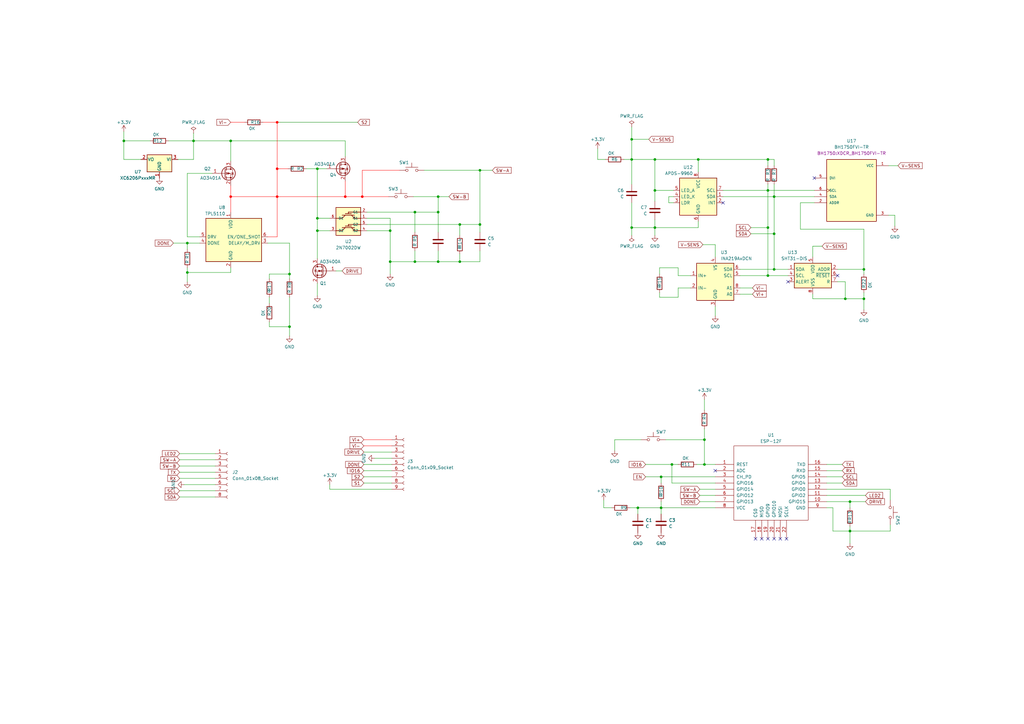
<source format=kicad_sch>
(kicad_sch (version 20230121) (generator eeschema)
  (paper "A3")
  (lib_symbols
    (symbol "2n7002:2N7002DW" (pin_names (offset 1.016))
      (property "Reference" "U" (at 0 0 0))
      (property "Value" "2N7002DW" (at 0 0 0))
      (symbol "2N7002DW_0_0"
        (pin bidirectional line (at -7.62 2.54 0) (length 2.54) (name "S1") (number "1"))
        (pin bidirectional line (at -7.62 5.08 0) (length 2.54) (name "G1") (number "2"))
        (pin bidirectional line (at 7.62 -2.54 180) (length 2.54) (name "D2") (number "3"))
        (pin bidirectional line (at -7.62 -2.54 0) (length 2.54) (name "S2") (number "4"))
        (pin bidirectional line (at -7.62 0 0) (length 2.54) (name "G2") (number "5"))
        (pin bidirectional line (at 7.62 2.54 180) (length 2.54) (name "D1") (number "6"))
      )
    )
    (symbol "BH1750FVI-TR:BH1750FVI-TR" (pin_names (offset 1.016))
      (property "Reference" "U" (at -10.1737 13.462 0))
      (property "Value" "BH1750FVI-TR" (at -9.922 -15.24 0))
      (property "Footprint" "BH1750FVI-TR:XDCR_BH1750FVI-TR" (at 0 0 0))
      (symbol "BH1750FVI-TR_0_0"
        (pin power_in line (at 15.24 10.16 180) (length 5.08) (name "VCC") (number "1"))
        (pin input line (at -15.24 -5.08 0) (length 5.08) (name "ADDR") (number "2"))
        (pin power_in line (at 15.24 -10.16 180) (length 5.08) (name "GND") (number "3"))
        (pin bidirectional line (at -15.24 -2.54 0) (length 5.08) (name "SDA") (number "4"))
        (pin input line (at -15.24 5.08 0) (length 5.08) (name "DVI") (number "5"))
        (pin input clock (at -15.24 0 0) (length 5.08) (name "SCL") (number "6"))
      )
    )
    (symbol "Connector:Conn_01x08_Socket" (pin_names (offset 1.016) hide)
      (property "Reference" "J" (at 0 10.16 0))
      (property "Value" "Conn_01x08_Socket" (at 0 -12.7 0))
      (symbol "Conn_01x08_Socket_1_1"
        (pin passive line (at -5.08 7.62 0) (length 3.81) (name "Pin_1") (number "1"))
        (pin passive line (at -5.08 5.08 0) (length 3.81) (name "Pin_2") (number "2"))
        (pin passive line (at -5.08 2.54 0) (length 3.81) (name "Pin_3") (number "3"))
        (pin passive line (at -5.08 0 0) (length 3.81) (name "Pin_4") (number "4"))
        (pin passive line (at -5.08 -2.54 0) (length 3.81) (name "Pin_5") (number "5"))
        (pin passive line (at -5.08 -5.08 0) (length 3.81) (name "Pin_6") (number "6"))
        (pin passive line (at -5.08 -7.62 0) (length 3.81) (name "Pin_7") (number "7"))
        (pin passive line (at -5.08 -10.16 0) (length 3.81) (name "Pin_8") (number "8"))
      )
    )
    (symbol "Connector:Conn_01x09_Socket" (pin_names (offset 1.016) hide)
      (property "Reference" "J" (at 0 12.7 0))
      (property "Value" "Conn_01x09_Socket" (at 0 -12.7 0))
      (symbol "Conn_01x09_Socket_1_1"
        (pin passive line (at -5.08 10.16 0) (length 3.81) (name "Pin_1") (number "1"))
        (pin passive line (at -5.08 7.62 0) (length 3.81) (name "Pin_2") (number "2"))
        (pin passive line (at -5.08 5.08 0) (length 3.81) (name "Pin_3") (number "3"))
        (pin passive line (at -5.08 2.54 0) (length 3.81) (name "Pin_4") (number "4"))
        (pin passive line (at -5.08 0 0) (length 3.81) (name "Pin_5") (number "5"))
        (pin passive line (at -5.08 -2.54 0) (length 3.81) (name "Pin_6") (number "6"))
        (pin passive line (at -5.08 -5.08 0) (length 3.81) (name "Pin_7") (number "7"))
        (pin passive line (at -5.08 -7.62 0) (length 3.81) (name "Pin_8") (number "8"))
        (pin passive line (at -5.08 -10.16 0) (length 3.81) (name "Pin_9") (number "9"))
      )
    )
    (symbol "Device:C" (pin_numbers hide) (pin_names (offset 0.254))
      (property "Reference" "C" (at 0.635 2.54 0))
      (property "Value" "C" (at 0.635 -2.54 0))
      (symbol "C_1_1"
        (pin passive line (at 0 3.81 270) (length 2.794) (name "~") (number "1"))
        (pin passive line (at 0 -3.81 90) (length 2.794) (name "~") (number "2"))
      )
    )
    (symbol "Device:R" (pin_numbers hide) (pin_names (offset 0))
      (property "Reference" "R" (at 2.032 0 90))
      (property "Value" "R" (at 0 0 90))
      (symbol "R_1_1"
        (pin passive line (at 0 3.81 270) (length 1.27) (name "~") (number "1"))
        (pin passive line (at 0 -3.81 90) (length 1.27) (name "~") (number "2"))
      )
    )
    (symbol "ESP8266:ESP-12F" (pin_names (offset 1.016))
      (property "Reference" "U2" (at 0 19.685 0))
      (property "Value" "ESP-12F" (at 0 17.145 0))
      (symbol "ESP-12F_1_1"
        (pin input line (at -22.86 7.62 0) (length 7.62) (name "REST") (number "1"))
        (pin bidirectional line (at 22.86 -7.62 180) (length 7.62) (name "GPIO15") (number "10"))
        (pin bidirectional line (at 22.86 -5.08 180) (length 7.62) (name "GPIO2") (number "11"))
        (pin bidirectional line (at 22.86 -2.54 180) (length 7.62) (name "GPIO0") (number "12"))
        (pin bidirectional line (at 22.86 0 180) (length 7.62) (name "GPIO4") (number "13"))
        (pin bidirectional line (at 22.86 2.54 180) (length 7.62) (name "GPIO5") (number "14"))
        (pin input line (at 22.86 5.08 180) (length 7.62) (name "RXD") (number "15"))
        (pin output line (at 22.86 7.62 180) (length 7.62) (name "TXD") (number "16"))
        (pin bidirectional line (at -6.35 -22.86 90) (length 7.62) (name "CS0") (number "17"))
        (pin bidirectional line (at -3.81 -22.86 90) (length 7.62) (name "MISO") (number "18"))
        (pin bidirectional line (at -1.27 -22.86 90) (length 7.62) (name "GPIO9") (number "19"))
        (pin passive line (at -22.86 5.08 0) (length 7.62) (name "ADC") (number "2"))
        (pin bidirectional line (at 1.27 -22.86 90) (length 7.62) (name "GPIO10") (number "20"))
        (pin bidirectional line (at 3.81 -22.86 90) (length 7.62) (name "MOSI") (number "21"))
        (pin bidirectional line (at 6.35 -22.86 90) (length 7.62) (name "SCLK") (number "22"))
        (pin input line (at -22.86 2.54 0) (length 7.62) (name "CH_PD") (number "3"))
        (pin bidirectional line (at -22.86 0 0) (length 7.62) (name "GPIO16") (number "4"))
        (pin bidirectional line (at -22.86 -2.54 0) (length 7.62) (name "GPIO14") (number "5"))
        (pin bidirectional line (at -22.86 -5.08 0) (length 7.62) (name "GPIO12") (number "6"))
        (pin bidirectional line (at -22.86 -7.62 0) (length 7.62) (name "GPIO13") (number "7"))
        (pin bidirectional line (at -22.86 -10.16 0) (length 7.62) (name "VCC") (number "8"))
        (pin bidirectional line (at 22.86 -10.16 180) (length 7.62) (name "GND") (number "9"))
      )
    )
    (symbol "Regulator_Linear:XC6206PxxxMR" (pin_names (offset 0.254))
      (property "Reference" "U" (at -3.81 3.175 0))
      (property "Value" "XC6206PxxxMR" (at 0 3.175 0))
      (symbol "XC6206PxxxMR_1_1"
        (pin power_in line (at 0 -7.62 90) (length 2.54) (name "GND") (number "1"))
        (pin power_out line (at 7.62 0 180) (length 2.54) (name "VO") (number "2"))
        (pin power_in line (at -7.62 0 0) (length 2.54) (name "VI") (number "3"))
      )
    )
    (symbol "Sensor:APDS-9960"
      (property "Reference" "U" (at -5.08 8.89 0))
      (property "Value" "APDS-9960" (at 6.35 8.89 0))
      (symbol "APDS-9960_1_1"
        (pin bidirectional line (at -10.16 0 0) (length 2.54) (name "SDA") (number "1"))
        (pin open_collector line (at -10.16 -2.54 0) (length 2.54) (name "INT") (number "2"))
        (pin passive line (at 10.16 -2.54 180) (length 2.54) (name "LDR") (number "3"))
        (pin passive line (at 10.16 0 180) (length 2.54) (name "LED_K") (number "4"))
        (pin passive line (at 10.16 2.54 180) (length 2.54) (name "LED_A") (number "5"))
        (pin power_in line (at 0 -10.16 90) (length 2.54) (name "GND") (number "6"))
        (pin input line (at -10.16 2.54 0) (length 2.54) (name "SCL") (number "7"))
        (pin power_in line (at 0 10.16 270) (length 2.54) (name "VCC") (number "8"))
      )
    )
    (symbol "Sensor_Energy:INA219AxDCN"
      (property "Reference" "U" (at -6.35 8.89 0))
      (property "Value" "INA219AxDCN" (at 6.35 8.89 0))
      (symbol "INA219AxDCN_1_1"
        (pin input line (at -10.16 2.54 0) (length 2.54) (name "IN+") (number "1"))
        (pin input line (at -10.16 -2.54 0) (length 2.54) (name "IN-") (number "2"))
        (pin power_in line (at 0 -10.16 90) (length 2.54) (name "GND") (number "3"))
        (pin power_in line (at 0 10.16 270) (length 2.54) (name "VS") (number "4"))
        (pin input line (at 10.16 2.54 180) (length 2.54) (name "SCL") (number "5"))
        (pin bidirectional line (at 10.16 5.08 180) (length 2.54) (name "SDA") (number "6"))
        (pin input line (at 10.16 -5.08 180) (length 2.54) (name "A0") (number "7"))
        (pin input line (at 10.16 -2.54 180) (length 2.54) (name "A1") (number "8"))
      )
    )
    (symbol "Sensor_Humidity:SHT31-DIS"
      (property "Reference" "U" (at -6.35 6.35 0))
      (property "Value" "SHT31-DIS" (at 6.35 6.35 0))
      (symbol "SHT31-DIS_1_1"
        (pin bidirectional line (at 10.16 2.54 180) (length 2.54) (name "SDA") (number "1"))
        (pin input line (at -10.16 2.54 0) (length 2.54) (name "ADDR") (number "2"))
        (pin output line (at 10.16 -2.54 180) (length 2.54) (name "ALERT") (number "3"))
        (pin input line (at 10.16 0 180) (length 2.54) (name "SCL") (number "4"))
        (pin power_in line (at 0 7.62 270) (length 2.54) (name "VDD") (number "5"))
        (pin input line (at -10.16 0 0) (length 2.54) (name "~{RESET}") (number "6"))
        (pin passive line (at -10.16 -2.54 0) (length 2.54) (name "R") (number "7"))
        (pin power_in line (at 0 -7.62 90) (length 2.54) (name "VSS") (number "8"))
        (pin passive line (at 0 -7.62 90) (length 2.54) hide (name "VSS") (number "9"))
      )
    )
    (symbol "Switch:SW_Push" (pin_numbers hide) (pin_names (offset 1.016) hide)
      (property "Reference" "SW" (at 1.27 2.54 0))
      (property "Value" "SW_Push" (at 0 -1.524 0))
      (symbol "SW_Push_0_1"
        (pin passive line (at -5.08 0 0) (length 2.54) (name "1") (number "1"))
        (pin passive line (at 5.08 0 180) (length 2.54) (name "2") (number "2"))
      )
    )
    (symbol "Timer:TPL5110"
      (property "Reference" "U8" (at 2.1941 12.065 0))
      (property "Value" "TPL5110" (at 2.1941 9.525 0))
      (symbol "TPL5110_1_1"
        (pin bidirectional line (at 0 10.16 270) (length 2.54) (name "VDD") (number "1"))
        (pin power_in line (at 0 -12.7 90) (length 2.54) (name "GND") (number "2"))
        (pin input line (at -15.24 -2.54 0) (length 2.54) (name "DELAY/M_DRV") (number "3"))
        (pin input line (at 12.7 -2.54 180) (length 2.54) (name "DONE") (number "4"))
        (pin output line (at 12.7 0 180) (length 2.54) (name "DRV") (number "5"))
        (pin input line (at -15.24 0 0) (length 2.54) (name "EN/ONE_SHOT") (number "6"))
      )
    )
    (symbol "Transistor_FET:AO3400A" (pin_names hide)
      (property "Reference" "Q" (at 5.08 1.905 0))
      (property "Value" "AO3400A" (at 5.08 0 0))
      (symbol "AO3400A_1_1"
        (pin input line (at -5.08 0 0) (length 2.54) (name "G") (number "1"))
        (pin passive line (at 2.54 -5.08 90) (length 2.54) (name "S") (number "2"))
        (pin passive line (at 2.54 5.08 270) (length 2.54) (name "D") (number "3"))
      )
    )
    (symbol "Transistor_FET:AO3401A" (pin_names hide)
      (property "Reference" "Q" (at 5.08 1.905 0))
      (property "Value" "AO3401A" (at 5.08 0 0))
      (symbol "AO3401A_1_1"
        (pin input line (at -5.08 0 0) (length 2.54) (name "G") (number "1"))
        (pin passive line (at 2.54 -5.08 90) (length 2.54) (name "S") (number "2"))
        (pin passive line (at 2.54 5.08 270) (length 2.54) (name "D") (number "3"))
      )
    )
    (symbol "power:+3.3V" (power) (pin_names (offset 0))
      (property "Value" "+3.3V" (at 0 3.556 0))
      (symbol "+3.3V_1_1"
        (pin power_in line (at 0 0 90) (length 0) hide (name "+3.3V") (number "1"))
      )
    )
    (symbol "power:GND" (power) (pin_names (offset 0))
      (property "Value" "GND" (at 0 -3.81 0))
      (symbol "GND_1_1"
        (pin power_in line (at 0 0 270) (length 0) hide (name "GND") (number "1"))
      )
    )
    (symbol "power:PWR_FLAG" (power) (pin_numbers hide) (pin_names (offset 0) hide)
      (property "Value" "PWR_FLAG" (at 0 3.81 0))
      (symbol "PWR_FLAG_0_0"
        (pin power_out line (at 0 0 90) (length 0) (name "pwr") (number "1"))
      )
    )
  )
  (junction (at 268.605 78.105))
  (junction (at 118.745 133.985))
  (junction (at 179.705 86.995))
  (junction (at 314.96 93.345))
  (junction (at 286.385 65.405))
  (junction (at 118.745 112.395))
  (junction (at 348.615 217.805))
  (junction (at 314.96 113.03))
  (junction (at 259.08 57.15))
  (junction (at 314.96 78.105))
  (junction (at 179.705 80.645))
  (junction (at 141.605 80.645) (color 255 0 0 1))
  (junction (at 130.175 69.215))
  (junction (at 170.18 86.995))
  (junction (at 314.96 65.405))
  (junction (at 160.02 94.615))
  (junction (at 354.33 110.49))
  (junction (at 259.08 93.345))
  (junction (at 160.02 107.315))
  (junction (at 317.5 80.645))
  (junction (at 196.85 69.85))
  (junction (at 94.615 57.785))
  (junction (at 271.145 208.28))
  (junction (at 130.175 94.615))
  (junction (at 76.835 111.76))
  (junction (at 275.59 190.5))
  (junction (at 94.615 80.645) (color 255 0 0 1))
  (junction (at 268.605 93.345))
  (junction (at 188.595 107.315))
  (junction (at 268.605 65.405))
  (junction (at 76.835 99.695))
  (junction (at 288.925 180.34))
  (junction (at 317.5 110.49))
  (junction (at 317.5 95.885))
  (junction (at 271.145 195.58))
  (junction (at 113.665 50.165) (color 255 0 0 1))
  (junction (at 261.62 208.28))
  (junction (at 196.85 92.075))
  (junction (at 348.615 205.74))
  (junction (at 346.71 122.555))
  (junction (at 188.595 92.075))
  (junction (at 354.33 122.555))
  (junction (at 170.18 107.315))
  (junction (at 79.375 57.785))
  (junction (at 288.925 190.5))
  (junction (at 259.08 65.405))
  (junction (at 113.665 80.645) (color 255 0 0 1))
  (junction (at 113.665 69.215) (color 255 0 0 1))
  (junction (at 179.705 107.315))
  (junction (at 130.175 89.535))
  (junction (at 50.8 57.785))
  (junction (at 148.59 80.645) (color 255 0 0 1))
  (no_connect (at 323.215 115.57))
  (no_connect (at 314.96 220.98))
  (no_connect (at 317.5 220.98))
  (no_connect (at 296.545 83.185))
  (no_connect (at 322.58 220.98))
  (no_connect (at 343.535 113.03))
  (no_connect (at 334.01 73.025))
  (no_connect (at 309.88 220.98))
  (no_connect (at 312.42 220.98))
  (no_connect (at 293.37 193.04))
  (no_connect (at 320.04 220.98))
  (wire (pts (xy 153.67 187.96) (xy 160.655 187.96)))
  (wire (pts (xy 141.605 74.295) (xy 141.605 80.645)) (stroke (width 0) (color 255 0 0 1)))
  (wire (pts (xy 337.185 100.965) (xy 333.375 100.965)))
  (wire (pts (xy 339.09 190.5) (xy 345.44 190.5)))
  (wire (pts (xy 276.225 83.185) (xy 274.32 83.185)))
  (wire (pts (xy 261.62 208.28) (xy 271.145 208.28)) (stroke (width 0) (color 0 132 0 1)))
  (wire (pts (xy 365.125 205.105) (xy 365.125 200.66)))
  (wire (pts (xy 274.32 80.645) (xy 276.225 80.645)))
  (wire (pts (xy 94.615 50.165) (xy 100.33 50.165)) (stroke (width 0) (color 255 0 0 1)))
  (wire (pts (xy 288.925 190.5) (xy 293.37 190.5)))
  (wire (pts (xy 314.96 78.105) (xy 314.96 93.345)))
  (wire (pts (xy 135.255 200.66) (xy 135.255 198.755)))
  (wire (pts (xy 252.095 184.785) (xy 252.095 180.34)))
  (wire (pts (xy 354.33 112.395) (xy 354.33 110.49)))
  (wire (pts (xy 264.795 195.58) (xy 271.145 195.58)) (stroke (width 0) (color 0 132 0 1)))
  (wire (pts (xy 73.66 193.675) (xy 88.265 193.675)))
  (wire (pts (xy 148.59 69.85) (xy 148.59 80.645)) (stroke (width 0) (color 255 0 0 1)))
  (wire (pts (xy 113.665 80.645) (xy 94.615 80.645)) (stroke (width 0) (color 255 0 0 1)))
  (wire (pts (xy 339.09 193.04) (xy 345.44 193.04)))
  (wire (pts (xy 76.835 71.12) (xy 76.835 97.155)))
  (wire (pts (xy 274.32 83.185) (xy 274.32 80.645)))
  (wire (pts (xy 365.125 215.265) (xy 365.125 217.805)))
  (wire (pts (xy 268.605 78.105) (xy 268.605 82.55)))
  (wire (pts (xy 75.565 198.755) (xy 88.265 198.755)))
  (wire (pts (xy 150.495 89.535) (xy 160.02 89.535)))
  (wire (pts (xy 296.545 80.645) (xy 317.5 80.645)))
  (wire (pts (xy 317.5 67.945) (xy 317.5 65.405)))
  (wire (pts (xy 130.175 116.205) (xy 130.175 121.285)))
  (wire (pts (xy 107.95 50.165) (xy 113.665 50.165)) (stroke (width 0) (color 255 0 0 1)))
  (wire (pts (xy 130.175 89.535) (xy 130.175 94.615)))
  (wire (pts (xy 364.49 88.265) (xy 367.03 88.265)))
  (wire (pts (xy 286.385 90.805) (xy 286.385 93.345)))
  (wire (pts (xy 268.605 96.52) (xy 268.605 93.345)))
  (wire (pts (xy 94.615 111.76) (xy 76.835 111.76)))
  (wire (pts (xy 110.49 112.395) (xy 110.49 114.3)))
  (wire (pts (xy 271.145 208.28) (xy 271.145 210.82)))
  (wire (pts (xy 288.925 180.34) (xy 288.925 190.5)))
  (wire (pts (xy 179.705 107.315) (xy 188.595 107.315)))
  (wire (pts (xy 354.33 122.555) (xy 354.33 127)))
  (wire (pts (xy 314.96 93.345) (xy 314.96 113.03)))
  (wire (pts (xy 79.375 54.61) (xy 79.375 57.785)))
  (wire (pts (xy 81.915 97.155) (xy 76.835 97.155)))
  (wire (pts (xy 179.705 80.645) (xy 179.705 86.995)))
  (wire (pts (xy 79.375 57.785) (xy 69.215 57.785)))
  (wire (pts (xy 149.225 185.42) (xy 160.655 185.42)))
  (wire (pts (xy 354.33 122.555) (xy 346.71 122.555)))
  (wire (pts (xy 288.29 100.33) (xy 293.37 100.33)))
  (wire (pts (xy 348.615 217.805) (xy 348.615 222.885)))
  (wire (pts (xy 50.8 53.975) (xy 50.8 57.785)))
  (wire (pts (xy 252.095 180.34) (xy 262.89 180.34)))
  (wire (pts (xy 271.145 208.28) (xy 293.37 208.28)) (stroke (width 0) (color 0 132 0 1)))
  (wire (pts (xy 141.605 80.645) (xy 148.59 80.645)) (stroke (width 0) (color 255 0 0 1)))
  (wire (pts (xy 76.835 109.855) (xy 76.835 111.76)))
  (wire (pts (xy 334.01 83.185) (xy 328.295 83.185)))
  (wire (pts (xy 266.065 57.15) (xy 259.08 57.15)))
  (wire (pts (xy 323.215 110.49) (xy 317.5 110.49)))
  (wire (pts (xy 150.495 92.075) (xy 188.595 92.075)))
  (wire (pts (xy 278.13 121.92) (xy 278.13 118.11)))
  (wire (pts (xy 314.96 65.405) (xy 286.385 65.405)))
  (wire (pts (xy 196.85 69.85) (xy 196.85 92.075)))
  (wire (pts (xy 110.49 112.395) (xy 118.745 112.395)))
  (wire (pts (xy 317.5 95.885) (xy 317.5 110.49)))
  (wire (pts (xy 303.53 118.11) (xy 308.61 118.11)))
  (wire (pts (xy 343.535 115.57) (xy 346.71 115.57)))
  (wire (pts (xy 94.615 57.785) (xy 141.605 57.785)))
  (wire (pts (xy 149.225 190.5) (xy 160.655 190.5)))
  (wire (pts (xy 259.08 65.405) (xy 259.08 75.565)))
  (wire (pts (xy 278.13 113.03) (xy 283.21 113.03)))
  (wire (pts (xy 264.795 190.5) (xy 275.59 190.5)))
  (wire (pts (xy 367.03 88.265) (xy 367.03 92.71)))
  (wire (pts (xy 135.255 200.66) (xy 160.655 200.66)))
  (wire (pts (xy 328.295 83.185) (xy 328.295 93.98)))
  (wire (pts (xy 73.66 201.295) (xy 88.265 201.295)))
  (wire (pts (xy 286.385 65.405) (xy 268.605 65.405)))
  (wire (pts (xy 79.375 57.785) (xy 94.615 57.785)))
  (wire (pts (xy 73.66 203.835) (xy 88.265 203.835)))
  (wire (pts (xy 307.975 93.345) (xy 314.96 93.345)))
  (wire (pts (xy 333.375 100.965) (xy 333.375 105.41)))
  (wire (pts (xy 160.02 89.535) (xy 160.02 94.615)))
  (wire (pts (xy 285.75 190.5) (xy 288.925 190.5)))
  (wire (pts (xy 250.825 208.28) (xy 247.65 208.28)))
  (wire (pts (xy 354.33 110.49) (xy 343.535 110.49)))
  (wire (pts (xy 110.49 132.08) (xy 110.49 133.985)))
  (wire (pts (xy 188.595 107.315) (xy 196.85 107.315)))
  (wire (pts (xy 268.605 90.17) (xy 268.605 93.345)))
  (wire (pts (xy 50.8 57.785) (xy 61.595 57.785)))
  (wire (pts (xy 113.665 50.165) (xy 146.685 50.165)) (stroke (width 0) (color 0 132 0 1)))
  (wire (pts (xy 76.835 99.695) (xy 76.835 102.235)))
  (wire (pts (xy 314.96 78.105) (xy 334.01 78.105)))
  (wire (pts (xy 278.13 118.11) (xy 283.21 118.11)))
  (wire (pts (xy 307.975 95.885) (xy 317.5 95.885)))
  (wire (pts (xy 179.705 86.995) (xy 179.705 95.25)))
  (wire (pts (xy 135.255 89.535) (xy 130.175 89.535)))
  (wire (pts (xy 259.08 93.345) (xy 259.08 96.52)))
  (wire (pts (xy 73.66 186.055) (xy 88.265 186.055)))
  (wire (pts (xy 348.615 205.74) (xy 348.615 208.28)))
  (wire (pts (xy 109.855 97.155) (xy 113.665 97.155)) (stroke (width 0) (color 255 0 0 1)))
  (wire (pts (xy 160.02 107.315) (xy 170.18 107.315)))
  (wire (pts (xy 268.605 65.405) (xy 259.08 65.405)))
  (wire (pts (xy 118.745 133.985) (xy 118.745 137.795)))
  (wire (pts (xy 188.595 92.075) (xy 196.85 92.075)))
  (wire (pts (xy 339.09 195.58) (xy 345.44 195.58)))
  (wire (pts (xy 296.545 78.105) (xy 314.96 78.105)))
  (wire (pts (xy 196.85 92.075) (xy 196.85 95.25)))
  (wire (pts (xy 76.835 71.12) (xy 86.995 71.12)))
  (wire (pts (xy 130.175 106.045) (xy 130.175 94.615)))
  (wire (pts (xy 339.09 208.28) (xy 341.63 208.28)))
  (wire (pts (xy 303.53 110.49) (xy 317.5 110.49)))
  (wire (pts (xy 149.225 182.88) (xy 160.655 182.88)) (stroke (width 0) (color 255 0 0 1)))
  (wire (pts (xy 160.02 94.615) (xy 150.495 94.615)))
  (wire (pts (xy 314.96 75.565) (xy 314.96 78.105)))
  (wire (pts (xy 339.09 205.74) (xy 348.615 205.74)))
  (wire (pts (xy 118.745 99.695) (xy 118.745 112.395)))
  (wire (pts (xy 354.33 120.015) (xy 354.33 122.555)))
  (wire (pts (xy 368.3 67.945) (xy 364.49 67.945)))
  (wire (pts (xy 271.145 195.58) (xy 293.37 195.58)) (stroke (width 0) (color 0 132 0 1)))
  (wire (pts (xy 148.59 80.645) (xy 159.385 80.645)) (stroke (width 0) (color 255 0 0 1)))
  (wire (pts (xy 354.33 93.98) (xy 354.33 110.49)))
  (wire (pts (xy 94.615 76.2) (xy 94.615 80.645)) (stroke (width 0) (color 255 0 0 1)))
  (wire (pts (xy 81.915 99.695) (xy 76.835 99.695)))
  (wire (pts (xy 293.37 100.33) (xy 293.37 105.41)))
  (wire (pts (xy 110.49 133.985) (xy 118.745 133.985)))
  (wire (pts (xy 333.375 120.65) (xy 333.375 122.555)))
  (wire (pts (xy 149.225 195.58) (xy 160.655 195.58)))
  (wire (pts (xy 57.785 65.405) (xy 50.8 65.405)))
  (wire (pts (xy 288.925 175.895) (xy 288.925 180.34)))
  (wire (pts (xy 271.145 205.74) (xy 271.145 208.28)))
  (wire (pts (xy 303.53 120.65) (xy 308.61 120.65)))
  (wire (pts (xy 268.605 93.345) (xy 259.08 93.345)))
  (wire (pts (xy 169.545 80.645) (xy 179.705 80.645)))
  (wire (pts (xy 149.225 193.04) (xy 160.655 193.04)))
  (wire (pts (xy 314.96 113.03) (xy 323.215 113.03)))
  (wire (pts (xy 149.225 180.34) (xy 160.655 180.34)) (stroke (width 0) (color 255 0 0 1)))
  (wire (pts (xy 179.705 107.315) (xy 179.705 102.87)))
  (wire (pts (xy 317.5 80.645) (xy 334.01 80.645)))
  (wire (pts (xy 261.62 208.28) (xy 261.62 210.82)))
  (wire (pts (xy 341.63 208.28) (xy 341.63 217.805)))
  (wire (pts (xy 170.18 102.87) (xy 170.18 107.315)))
  (wire (pts (xy 339.09 200.66) (xy 365.125 200.66)))
  (wire (pts (xy 293.37 205.74) (xy 287.02 205.74)))
  (wire (pts (xy 317.5 80.645) (xy 317.5 95.885)))
  (wire (pts (xy 278.13 109.855) (xy 278.13 113.03)))
  (wire (pts (xy 275.59 190.5) (xy 275.59 198.12)))
  (wire (pts (xy 141.605 57.785) (xy 141.605 64.135)))
  (wire (pts (xy 179.705 80.645) (xy 184.15 80.645)))
  (wire (pts (xy 170.18 86.995) (xy 179.705 86.995)))
  (wire (pts (xy 113.665 80.645) (xy 113.665 97.155)) (stroke (width 0) (color 255 0 0 1)))
  (wire (pts (xy 76.835 99.695) (xy 71.12 99.695)))
  (wire (pts (xy 76.835 111.76) (xy 76.835 115.57)))
  (wire (pts (xy 73.66 196.215) (xy 88.265 196.215)))
  (wire (pts (xy 79.375 65.405) (xy 73.025 65.405)))
  (wire (pts (xy 170.18 107.315) (xy 179.705 107.315)))
  (wire (pts (xy 276.225 78.105) (xy 268.605 78.105)))
  (wire (pts (xy 275.59 198.12) (xy 293.37 198.12)))
  (wire (pts (xy 348.615 205.74) (xy 354.965 205.74)))
  (wire (pts (xy 94.615 57.785) (xy 94.615 66.04)))
  (wire (pts (xy 113.665 80.645) (xy 141.605 80.645)) (stroke (width 0) (color 255 0 0 1)))
  (wire (pts (xy 268.605 65.405) (xy 268.605 78.105)))
  (wire (pts (xy 50.8 57.785) (xy 50.8 65.405)))
  (wire (pts (xy 118.745 112.395) (xy 118.745 114.3)))
  (wire (pts (xy 245.11 65.405) (xy 248.285 65.405)))
  (wire (pts (xy 365.125 217.805) (xy 348.615 217.805)))
  (wire (pts (xy 73.66 188.595) (xy 88.265 188.595)))
  (wire (pts (xy 113.665 50.165) (xy 113.665 69.215)) (stroke (width 0) (color 255 0 0 1)))
  (wire (pts (xy 348.615 217.805) (xy 341.63 217.805)))
  (wire (pts (xy 328.295 93.98) (xy 354.33 93.98)))
  (wire (pts (xy 133.985 69.215) (xy 130.175 69.215)))
  (wire (pts (xy 118.745 99.695) (xy 109.855 99.695)))
  (wire (pts (xy 346.71 122.555) (xy 333.375 122.555)))
  (wire (pts (xy 170.18 86.995) (xy 170.18 95.25)))
  (wire (pts (xy 113.665 69.215) (xy 113.665 80.645)) (stroke (width 0) (color 255 0 0 1)))
  (wire (pts (xy 247.65 205.105) (xy 247.65 208.28)))
  (wire (pts (xy 173.99 69.85) (xy 196.85 69.85)))
  (wire (pts (xy 293.37 125.73) (xy 293.37 129.54)))
  (wire (pts (xy 270.51 109.855) (xy 278.13 109.855)))
  (wire (pts (xy 348.615 215.9) (xy 348.615 217.805)))
  (wire (pts (xy 339.09 203.2) (xy 354.965 203.2)))
  (wire (pts (xy 317.5 75.565) (xy 317.5 80.645)))
  (wire (pts (xy 188.595 92.075) (xy 188.595 96.52)))
  (wire (pts (xy 293.37 200.66) (xy 287.02 200.66)))
  (wire (pts (xy 317.5 65.405) (xy 314.96 65.405)))
  (wire (pts (xy 286.385 65.405) (xy 286.385 70.485)))
  (wire (pts (xy 188.595 104.14) (xy 188.595 107.315)))
  (wire (pts (xy 137.795 111.125) (xy 140.335 111.125)))
  (wire (pts (xy 130.175 69.215) (xy 130.175 89.535)))
  (wire (pts (xy 135.255 94.615) (xy 130.175 94.615)))
  (wire (pts (xy 288.925 163.83) (xy 288.925 168.275)))
  (wire (pts (xy 148.59 69.85) (xy 163.83 69.85)) (stroke (width 0) (color 255 0 0 1)))
  (wire (pts (xy 259.08 52.07) (xy 259.08 57.15)))
  (wire (pts (xy 346.71 115.57) (xy 346.71 122.555)))
  (wire (pts (xy 94.615 109.855) (xy 94.615 111.76)))
  (wire (pts (xy 118.11 69.215) (xy 113.665 69.215)) (stroke (width 0) (color 255 0 0 1)))
  (wire (pts (xy 125.73 69.215) (xy 130.175 69.215)))
  (wire (pts (xy 270.51 120.015) (xy 270.51 121.92)))
  (wire (pts (xy 259.08 93.345) (xy 259.08 83.185)))
  (wire (pts (xy 118.745 121.92) (xy 118.745 133.985)))
  (wire (pts (xy 286.385 93.345) (xy 268.605 93.345)))
  (wire (pts (xy 303.53 113.03) (xy 314.96 113.03)))
  (wire (pts (xy 271.145 195.58) (xy 271.145 198.12)))
  (wire (pts (xy 270.51 121.92) (xy 278.13 121.92)))
  (wire (pts (xy 79.375 57.785) (xy 79.375 65.405)))
  (wire (pts (xy 196.85 69.85) (xy 201.93 69.85)))
  (wire (pts (xy 255.905 65.405) (xy 259.08 65.405)))
  (wire (pts (xy 273.05 180.34) (xy 288.925 180.34)))
  (wire (pts (xy 314.96 65.405) (xy 314.96 67.945)))
  (wire (pts (xy 94.615 80.645) (xy 94.615 86.995)) (stroke (width 0) (color 255 0 0 1)))
  (wire (pts (xy 259.08 57.15) (xy 259.08 65.405)))
  (wire (pts (xy 270.51 112.395) (xy 270.51 109.855)))
  (wire (pts (xy 110.49 121.92) (xy 110.49 124.46)))
  (wire (pts (xy 149.225 198.12) (xy 160.655 198.12)))
  (wire (pts (xy 196.85 102.87) (xy 196.85 107.315)))
  (wire (pts (xy 245.11 60.96) (xy 245.11 65.405)))
  (wire (pts (xy 258.445 208.28) (xy 261.62 208.28)))
  (wire (pts (xy 287.02 203.2) (xy 293.37 203.2)))
  (wire (pts (xy 278.13 190.5) (xy 275.59 190.5)))
  (wire (pts (xy 160.02 107.315) (xy 160.02 112.395)))
  (wire (pts (xy 150.495 86.995) (xy 170.18 86.995)))
  (wire (pts (xy 160.02 94.615) (xy 160.02 107.315)))
  (wire (pts (xy 73.66 191.135) (xy 88.265 191.135)))
  (wire (pts (xy 339.09 198.12) (xy 345.44 198.12)))
  (global_label "IO16" (shape input) (at 264.795 190.5 180) (property "Intersheetrefs" "${INTERSHEET_REFS}" (effects hide)))
  (global_label "V-SENS" (shape input) (at 368.3 67.945 0) (property "Intersheetrefs" "${INTERSHEET_REFS}" (effects hide)))
  (global_label "V-SENS" (shape input) (at 288.29 100.33 180) (property "Intersheetrefs" "${INTERSHEET_REFS}" (effects hide)))
  (global_label "DRIVE" (shape input) (at 140.335 111.125 0) (property "Intersheetrefs" "${INTERSHEET_REFS}" (effects hide)))
  (global_label "Vi-" (shape input) (at 149.225 182.88 180) (property "Intersheetrefs" "${INTERSHEET_REFS}" (effects hide)))
  (global_label "SW-A" (shape input) (at 73.66 188.595 180) (property "Intersheetrefs" "${INTERSHEET_REFS}" (effects hide)))
  (global_label "SDA" (shape input) (at 307.975 95.885 180) (property "Intersheetrefs" "${INTERSHEET_REFS}" (effects hide)))
  (global_label "S1" (shape input) (at 149.225 198.12 180) (property "Intersheetrefs" "${INTERSHEET_REFS}" (effects hide)))
  (global_label "SCL" (shape input) (at 73.66 201.295 180) (property "Intersheetrefs" "${INTERSHEET_REFS}" (effects hide)))
  (global_label "SDA" (shape input) (at 73.66 203.835 180) (property "Intersheetrefs" "${INTERSHEET_REFS}" (effects hide)))
  (global_label "SDA" (shape input) (at 345.44 198.12 0) (property "Intersheetrefs" "${INTERSHEET_REFS}" (effects hide)))
  (global_label "SW-A" (shape input) (at 201.93 69.85 0) (property "Intersheetrefs" "${INTERSHEET_REFS}" (effects hide)))
  (global_label "LED2" (shape input) (at 73.66 186.055 180) (property "Intersheetrefs" "${INTERSHEET_REFS}" (effects hide)))
  (global_label "IO16" (shape input) (at 149.225 193.04 180) (property "Intersheetrefs" "${INTERSHEET_REFS}" (effects hide)))
  (global_label "V-SENS" (shape input) (at 266.065 57.15 0) (property "Intersheetrefs" "${INTERSHEET_REFS}" (effects hide)))
  (global_label "Vi-" (shape input) (at 308.61 118.11 0) (property "Intersheetrefs" "${INTERSHEET_REFS}" (effects hide)))
  (global_label "EN" (shape input) (at 264.795 195.58 180) (property "Intersheetrefs" "${INTERSHEET_REFS}" (effects hide)))
  (global_label "V-SENS" (shape input) (at 337.185 100.965 0) (property "Intersheetrefs" "${INTERSHEET_REFS}" (effects hide)))
  (global_label "DRIVE" (shape input) (at 149.225 185.42 180) (property "Intersheetrefs" "${INTERSHEET_REFS}" (effects hide)))
  (global_label "LED2" (shape input) (at 354.965 203.2 0) (property "Intersheetrefs" "${INTERSHEET_REFS}" (effects hide)))
  (global_label "Vi+" (shape input) (at 149.225 180.34 180) (property "Intersheetrefs" "${INTERSHEET_REFS}" (effects hide)))
  (global_label "SCL" (shape input) (at 345.44 195.58 0) (property "Intersheetrefs" "${INTERSHEET_REFS}" (effects hide)))
  (global_label "TX" (shape input) (at 73.66 193.675 180) (property "Intersheetrefs" "${INTERSHEET_REFS}" (effects hide)))
  (global_label "TX" (shape input) (at 345.44 190.5 0) (property "Intersheetrefs" "${INTERSHEET_REFS}" (effects hide)))
  (global_label "RX" (shape input) (at 73.66 196.215 180) (property "Intersheetrefs" "${INTERSHEET_REFS}" (effects hide)))
  (global_label "SW-A" (shape input) (at 287.02 200.66 180) (property "Intersheetrefs" "${INTERSHEET_REFS}" (effects hide)))
  (global_label "S2" (shape input) (at 149.225 195.58 180) (property "Intersheetrefs" "${INTERSHEET_REFS}" (effects hide)))
  (global_label "SW-B" (shape input) (at 73.66 191.135 180) (property "Intersheetrefs" "${INTERSHEET_REFS}" (effects hide)))
  (global_label "Vi+" (shape input) (at 308.61 120.65 0) (property "Intersheetrefs" "${INTERSHEET_REFS}" (effects hide)))
  (global_label "DONE" (shape input) (at 149.225 190.5 180) (property "Intersheetrefs" "${INTERSHEET_REFS}" (effects hide)))
  (global_label "SCL" (shape input) (at 307.975 93.345 180) (property "Intersheetrefs" "${INTERSHEET_REFS}" (effects hide)))
  (global_label "SW-B" (shape input) (at 287.02 203.2 180) (property "Intersheetrefs" "${INTERSHEET_REFS}" (effects hide)))
  (global_label "DONE" (shape input) (at 71.12 99.695 180) (property "Intersheetrefs" "${INTERSHEET_REFS}" (effects hide)))
  (global_label "DONE" (shape input) (at 287.02 205.74 180) (property "Intersheetrefs" "${INTERSHEET_REFS}" (effects hide)))
  (global_label "DRIVE" (shape input) (at 354.965 205.74 0) (property "Intersheetrefs" "${INTERSHEET_REFS}" (effects hide)))
  (global_label "SW-B" (shape input) (at 184.15 80.645 0) (property "Intersheetrefs" "${INTERSHEET_REFS}" (effects hide)))
  (global_label "S2" (shape input) (at 146.685 50.165 0) (property "Intersheetrefs" "${INTERSHEET_REFS}" (effects hide)))
  (global_label "RX" (shape input) (at 345.44 193.04 0) (property "Intersheetrefs" "${INTERSHEET_REFS}" (effects hide)))
  (global_label "Vi-" (shape input) (at 94.615 50.165 180) (property "Intersheetrefs" "${INTERSHEET_REFS}" (effects hide)))
  (symbol (lib_id "Device:R") (at 104.14 50.165 90) (unit 1)
    (property "Reference" "R16" (at 106.68 50.165 90) (effects (justify left)))
    (property "Value" "0K" (at 104.775 52.705 90) (effects (justify left)))
    (property "Footprint" "Resistor_SMD:R_0402_1005Metric" (effects hide))
  )
  (symbol (lib_id "Device:R") (at 76.835 106.045 180) (unit 1)
    (property "Reference" "R1" (at 76.835 103.505 90) (effects (justify left)))
    (property "Value" "R" (at 76.835 106.68 90) (effects (justify left)))
    (property "Footprint" "Resistor_SMD:R_0603_1608Metric" (effects hide))
  )
  (symbol (lib_id "power:GND") (at 65.405 73.025 0) (unit 1)
    (property "Reference" "#PWR021" (effects hide))
    (property "Value" "GND" (at 65.405 77.47 0))
  )
  (symbol (lib_id "Device:R") (at 281.94 190.5 90) (unit 1)
    (property "Reference" "R11" (at 283.21 190.5 90) (effects (justify left)))
    (property "Value" "0K" (at 282.575 187.96 90) (effects (justify left)))
    (property "Footprint" "Resistor_SMD:R_0402_1005Metric" (effects hide))
  )
  (symbol (lib_id "Timer:TPL5110") (at 94.615 97.155 0) (mirror y) (unit 1)
    (property "Reference" "U8" (at 92.4209 85.09 0) (effects (justify left)))
    (property "Value" "TPL5110" (at 92.4209 87.63 0) (effects (justify left)))
    (property "Footprint" "Package_TO_SOT_SMD:SOT-23-6" (effects hide))
    (property "Datasheet" "http://www.ti.com/lit/ds/symlink/tpl5110.pdf" (effects hide))
  )
  (symbol (lib_id "ESP8266:ESP-12F") (at 316.23 198.12 0) (unit 1)
    (property "Reference" "U1" (at 316.23 178.435 0))
    (property "Value" "ESP-12F" (at 316.23 180.975 0))
    (property "Footprint" "A_SensorNode:ESP12_SMD" (effects hide))
    (property "Datasheet" "http://l0l.org.uk/2014/12/esp8266-modules-hardware-guide-gotta-catch-em-all/" (effects hide))
  )
  (symbol (lib_id "Device:R") (at 271.145 201.93 0) (mirror x) (unit 1)
    (property "Reference" "R10" (at 271.145 199.39 90) (effects (justify left)))
    (property "Value" "R" (at 271.145 202.565 90) (effects (justify left)))
    (property "Footprint" "Resistor_SMD:R_0603_1608Metric" (effects hide))
  )
  (symbol (lib_id "Sensor_Energy:INA219AxDCN") (at 293.37 115.57 0) (unit 1)
    (property "Reference" "U3" (at 295.5641 103.505 0) (effects (justify left)))
    (property "Value" "INA219AxDCN" (at 295.5641 106.045 0) (effects (justify left)))
    (property "Footprint" "Package_TO_SOT_SMD:SOT-23-8" (effects hide))
    (property "Datasheet" "http://www.ti.com/lit/ds/symlink/ina219.pdf" (effects hide))
  )
  (symbol (lib_id "Sensor:APDS-9960") (at 286.385 80.645 0) (mirror y) (unit 1)
    (property "Reference" "U12" (at 284.1909 68.58 0) (effects (justify left)))
    (property "Value" "APDS-9960" (at 284.1909 71.12 0) (effects (justify left)))
    (property "Footprint" "Sensor:Avago_APDS-9960" (effects hide))
    (property "Datasheet" "https://docs.broadcom.com/doc/AV02-4191EN" (effects hide))
  )
  (symbol (lib_id "power:GND") (at 268.605 96.52 0) (unit 1)
    (property "Reference" "#PWR024" (effects hide))
    (property "Value" "GND" (at 268.605 100.965 0))
  )
  (symbol (lib_id "Device:C") (at 261.62 214.63 0) (unit 1)
    (property "Reference" "C1" (at 264.795 213.36 0) (effects (justify left)))
    (property "Value" "C" (at 264.795 215.9 0) (effects (justify left)))
    (property "Footprint" "Capacitor_SMD:C_0603_1608Metric" (effects hide))
  )
  (symbol (lib_id "Device:R") (at 188.595 100.33 180) (unit 1)
    (property "Reference" "R14" (at 188.595 97.79 90) (effects (justify left)))
    (property "Value" "R" (at 188.595 100.965 90) (effects (justify left)))
    (property "Footprint" "Resistor_SMD:R_0603_1608Metric" (effects hide))
  )
  (symbol (lib_id "Device:C") (at 268.605 86.36 0) (mirror y) (unit 1)
    (property "Reference" "C7" (at 265.43 85.09 0) (effects (justify left)))
    (property "Value" "C" (at 265.43 87.63 0) (effects (justify left)))
    (property "Footprint" "Capacitor_SMD:C_0603_1608Metric" (effects hide))
  )
  (symbol (lib_id "Device:R") (at 314.96 71.755 180) (unit 1)
    (property "Reference" "R3" (at 314.96 69.215 90) (effects (justify left)))
    (property "Value" "R" (at 314.96 73.025 90) (effects (justify left)))
    (property "Footprint" "Resistor_SMD:R_0603_1608Metric" (effects hide))
  )
  (symbol (lib_id "Switch:SW_Push") (at 164.465 80.645 0) (unit 1)
    (property "Reference" "SW3" (at 161.29 77.47 0))
    (property "Value" "SW_Push" (effects hide))
    (property "Footprint" "A_SensorNode:ButtonSwitch12mm_SMD" (effects hide))
  )
  (symbol (lib_id "power:GND") (at 75.565 198.755 270) (mirror x) (unit 1)
    (property "Reference" "#PWR011" (effects hide))
    (property "Value" "GND" (at 71.12 198.755 0))
  )
  (symbol (lib_id "power:GND") (at 261.62 218.44 0) (unit 1)
    (property "Reference" "#PWR09" (effects hide))
    (property "Value" "GND" (at 261.62 222.885 0))
  )
  (symbol (lib_id "power:GND") (at 153.67 187.96 270) (mirror x) (unit 1)
    (property "Reference" "#PWR014" (effects hide))
    (property "Value" "GND" (at 149.225 187.96 0))
  )
  (symbol (lib_id "Switch:SW_Push") (at 168.91 69.85 0) (unit 1)
    (property "Reference" "SW1" (at 165.735 66.675 0))
    (property "Value" "SW_Push" (effects hide))
    (property "Footprint" "A_SensorNode:ButtonSwitch12mm_SMD" (effects hide))
  )
  (symbol (lib_id "Device:R") (at 288.925 172.085 0) (mirror x) (unit 1)
    (property "Reference" "R4" (at 288.925 169.545 90) (effects (justify left)))
    (property "Value" "R" (at 288.925 172.72 90) (effects (justify left)))
    (property "Footprint" "Resistor_SMD:R_0603_1608Metric" (effects hide))
  )
  (symbol (lib_id "Device:C") (at 259.08 79.375 0) (mirror y) (unit 1)
    (property "Reference" "C6" (at 255.905 78.105 0) (effects (justify left)))
    (property "Value" "C" (at 255.905 80.645 0) (effects (justify left)))
    (property "Footprint" "Capacitor_SMD:C_0603_1608Metric" (effects hide))
  )
  (symbol (lib_id "Device:R") (at 170.18 99.06 180) (unit 1)
    (property "Reference" "R5" (at 170.18 96.52 90) (effects (justify left)))
    (property "Value" "R" (at 170.18 99.695 90) (effects (justify left)))
    (property "Footprint" "Resistor_SMD:R_0603_1608Metric" (effects hide))
  )
  (symbol (lib_id "Connector:Conn_01x08_Socket") (at 93.345 193.675 0) (unit 1)
    (property "Reference" "J2" (at 95.25 193.675 0) (effects (justify left)))
    (property "Value" "Conn_01x08_Socket" (at 95.25 196.215 0) (effects (justify left)))
    (property "Footprint" "Connector_PinSocket_2.54mm:PinSocket_1x08_P2.54mm_Vertical" (effects hide))
  )
  (symbol (lib_id "power:GND") (at 252.095 184.785 0) (unit 1)
    (property "Reference" "#PWR05" (effects hide))
    (property "Value" "GND" (at 252.095 189.23 0))
  )
  (symbol (lib_id "Device:R") (at 252.095 65.405 90) (mirror x) (unit 1)
    (property "Reference" "R6" (at 253.365 65.405 90) (effects (justify left)))
    (property "Value" "0K" (at 252.095 62.865 90) (effects (justify left)))
    (property "Footprint" "Resistor_SMD:R_0402_1005Metric" (effects hide))
  )
  (symbol (lib_id "Device:C") (at 271.145 214.63 0) (unit 1)
    (property "Reference" "C3" (at 274.32 213.36 0) (effects (justify left)))
    (property "Value" "C" (at 274.32 215.9 0) (effects (justify left)))
    (property "Footprint" "Capacitor_SMD:C_0603_1608Metric" (effects hide))
  )
  (symbol (lib_id "Device:R") (at 65.405 57.785 90) (mirror x) (unit 1)
    (property "Reference" "R12" (at 66.675 57.785 90) (effects (justify left)))
    (property "Value" "0K" (at 65.405 55.245 90) (effects (justify left)))
    (property "Footprint" "Resistor_SMD:R_0402_1005Metric" (effects hide))
  )
  (symbol (lib_id "Device:R") (at 121.92 69.215 90) (unit 1)
    (property "Reference" "R2" (at 124.46 69.215 90) (effects (justify left)))
    (property "Value" "R" (at 120.65 69.215 90) (effects (justify left)))
    (property "Footprint" "Resistor_SMD:R_0603_1608Metric" (effects hide))
  )
  (symbol (lib_id "power:PWR_FLAG") (at 79.375 54.61 0) (mirror y) (unit 1)
    (property "Reference" "#FLG02" (effects hide))
    (property "Value" "PWR_FLAG" (at 79.375 50.165 0))
  )
  (symbol (lib_id "Device:R") (at 254.635 208.28 90) (unit 1)
    (property "Reference" "R9" (at 257.175 208.28 90) (effects (justify left)))
    (property "Value" "0K" (at 255.27 210.82 90) (effects (justify left)))
    (property "Footprint" "Resistor_SMD:R_0402_1005Metric" (effects hide))
  )
  (symbol (lib_id "Device:R") (at 110.49 128.27 180) (unit 1)
    (property "Reference" "R20" (at 110.49 125.73 90) (effects (justify left)))
    (property "Value" "0K" (at 107.95 127 90) (effects (justify left)))
    (property "Footprint" "Resistor_SMD:R_0402_1005Metric" (effects hide))
  )
  (symbol (lib_id "power:GND") (at 354.33 127 0) (unit 1)
    (property "Reference" "#PWR033" (effects hide))
    (property "Value" "GND" (at 354.33 131.445 0))
  )
  (symbol (lib_id "power:+3.3V") (at 50.8 53.975 0) (mirror y) (unit 1)
    (property "Reference" "#PWR04" (effects hide))
    (property "Value" "+3.3V" (at 50.8 50.165 0))
  )
  (symbol (lib_id "BH1750FVI-TR:BH1750FVI-TR") (at 349.25 78.105 0) (unit 1)
    (property "Reference" "U17" (at 349.25 57.785 0))
    (property "Value" "BH1750FVI-TR" (at 349.25 60.325 0))
    (property "Footprint" "BH1750:XDCR_BH1750FVI-TR" (at 349.25 62.865 0))
    (property "MF" "Rohm" (effects hide))
    (property "MAXIMUM_PACKAGE_HEIGHT" "0.75mm" (effects hide))
    (property "Package" "SMD-6 ROHM Semiconductor" (effects hide))
    (property "Price" "None" (effects hide))
    (property "Check_prices" "https://www.snapeda.com/parts/BH1750FVI-TR/Rohm/view-part/?ref=eda" (effects hide))
    (property "STANDARD" "Manufacturer recommendations" (effects hide))
    (property "PARTREV" "D" (effects hide))
    (property "SnapEDA_Link" "https://www.snapeda.com/parts/BH1750FVI-TR/Rohm/view-part/?ref=snap" (effects hide))
    (property "MP" "BH1750FVI-TR" (effects hide))
    (property "Purchase-URL" "https://www.snapeda.com/api/url_track_click_mouser/?unipart_id=106507&manufacturer=Rohm&part_name=BH1750FVI-TR&search_term=None" (effects hide))
    (property "Description" "\nOptical Sensor Ambient 560nm I²C 6-SMD, Flat Lead Exposed Pad\n" (effects hide))
    (property "Availability" "In Stock" (effects hide))
    (property "MANUFACTURER" "Rohm" (effects hide))
  )
  (symbol (lib_id "Device:R") (at 270.51 116.205 180) (unit 1)
    (property "Reference" "R15" (at 270.51 113.665 90) (effects (justify left)))
    (property "Value" "R" (at 270.51 116.84 90) (effects (justify left)))
    (property "Footprint" "Resistor_SMD:R_2512_6332Metric" (effects hide))
  )
  (symbol (lib_id "power:+3.3V") (at 247.65 205.105 0) (unit 1)
    (property "Reference" "#PWR08" (effects hide))
    (property "Value" "+3.3V" (at 247.65 201.295 0))
  )
  (symbol (lib_id "Device:R") (at 317.5 71.755 180) (unit 1)
    (property "Reference" "R7" (at 317.5 69.215 90) (effects (justify left)))
    (property "Value" "R" (at 317.5 73.025 90) (effects (justify left)))
    (property "Footprint" "Resistor_SMD:R_0603_1608Metric" (effects hide))
  )
  (symbol (lib_id "Device:R") (at 110.49 118.11 180) (unit 1)
    (property "Reference" "R17" (at 110.49 115.57 90) (effects (justify left)))
    (property "Value" "R" (at 110.49 118.745 90) (effects (justify left)))
    (property "Footprint" "Resistor_SMD:R_0603_1608Metric" (effects hide))
  )
  (symbol (lib_id "power:GND") (at 130.175 121.285 0) (mirror y) (unit 1)
    (property "Reference" "#PWR01" (effects hide))
    (property "Value" "GND" (at 130.175 125.73 0))
  )
  (symbol (lib_id "power:GND") (at 118.745 137.795 0) (mirror y) (unit 1)
    (property "Reference" "#PWR03" (effects hide))
    (property "Value" "GND" (at 118.745 142.24 0))
  )
  (symbol (lib_id "Connector:Conn_01x09_Socket") (at 165.735 190.5 0) (unit 1)
    (property "Reference" "J3" (at 167.005 189.23 0) (effects (justify left)))
    (property "Value" "Conn_01x09_Socket" (at 167.005 191.77 0) (effects (justify left)))
    (property "Footprint" "Connector_PinSocket_2.54mm:PinSocket_1x09_P2.54mm_Vertical" (effects hide))
  )
  (symbol (lib_id "Transistor_FET:AO3401A") (at 92.075 71.12 0) (unit 1)
    (property "Reference" "Q2" (at 85.09 69.215 0))
    (property "Value" "AO3401A" (at 86.36 73.025 0))
    (property "Footprint" "Package_TO_SOT_SMD:SOT-23" (effects hide))
    (property "Datasheet" "http://www.aosmd.com/pdfs/datasheet/AO3401A.pdf" (effects hide))
  )
  (symbol (lib_id "power:+3.3V") (at 288.925 163.83 0) (unit 1)
    (property "Reference" "#PWR07" (effects hide))
    (property "Value" "+3.3V" (at 288.925 160.02 0))
  )
  (symbol (lib_id "Device:R") (at 118.745 118.11 180) (unit 1)
    (property "Reference" "R8" (at 118.745 115.57 90) (effects (justify left)))
    (property "Value" "R" (at 118.745 118.745 90) (effects (justify left)))
    (property "Footprint" "Resistor_SMD:R_0603_1608Metric" (effects hide))
  )
  (symbol (lib_id "power:GND") (at 293.37 129.54 0) (unit 1)
    (property "Reference" "#PWR016" (effects hide))
    (property "Value" "GND" (at 293.37 133.985 0))
  )
  (symbol (lib_id "Switch:SW_Push") (at 365.125 210.185 270) (mirror x) (unit 1)
    (property "Reference" "SW2" (at 368.3 213.36 0))
    (property "Value" "SW_Push" (effects hide))
    (property "Footprint" "Button_Switch_SMD:SW_SPST_PTS810" (effects hide))
  )
  (symbol (lib_id "power:GND") (at 348.615 222.885 0) (unit 1)
    (property "Reference" "#PWR015" (effects hide))
    (property "Value" "GND" (at 348.615 227.33 0))
  )
  (symbol (lib_id "Sensor_Humidity:SHT31-DIS") (at 333.375 113.03 0) (mirror y) (unit 1)
    (property "Reference" "U13" (at 327.025 103.505 0) (effects (justify left)))
    (property "Value" "SHT31-DIS" (at 331.1809 106.045 0) (effects (justify left)))
    (property "Footprint" "Sensor_Humidity:Sensirion_DFN-8-1EP_2.5x2.5mm_P0.5mm_EP1.1x1.7mm" (effects hide))
    (property "Datasheet" "https://www.sensirion.com/fileadmin/user_upload/customers/sensirion/Dokumente/2_Humidity_Sensors/Datasheets/Sensirion_Humidity_Sensors_SHT3x_Datasheet_digital.pdf" (effects hide))
  )
  (symbol (lib_id "power:GND") (at 76.835 115.57 0) (unit 1)
    (property "Reference" "#PWR06" (effects hide))
    (property "Value" "GND" (at 76.835 120.015 0))
  )
  (symbol (lib_id "Transistor_FET:AO3401A") (at 139.065 69.215 0) (unit 1)
    (property "Reference" "Q4" (at 135.255 71.755 0) (effects (justify left)))
    (property "Value" "AO3401A" (at 128.905 67.31 0) (effects (justify left)))
    (property "Footprint" "Package_TO_SOT_SMD:SOT-23" (effects hide))
    (property "Datasheet" "http://www.aosmd.com/pdfs/datasheet/AO3401A.pdf" (effects hide))
  )
  (symbol (lib_id "Device:C") (at 196.85 99.06 0) (unit 1)
    (property "Reference" "C5" (at 200.025 97.79 0) (effects (justify left)))
    (property "Value" "C" (at 200.025 100.33 0) (effects (justify left)))
    (property "Footprint" "Capacitor_SMD:C_0603_1608Metric" (effects hide))
  )
  (symbol (lib_id "2n7002:2N7002DW") (at 142.875 92.075 0) (mirror y) (unit 1)
    (property "Reference" "U2" (at 142.875 99.06 0))
    (property "Value" "2N7002DW" (at 142.875 101.6 0))
    (property "Footprint" "2n7002:SOT363" (effects hide))
    (property "MF" "ON Semiconductor" (effects hide))
    (property "Description" "\nMosfet Array 2 N-Channel (Dual) 60V 115mA (Ta) 200mW (Ta) Surface Mount SC-88/SC70-6/SOT-363\n" (effects hide))
    (property "Package" "SC-88-6 ON Semiconductor" (effects hide))
    (property "Price" "None" (effects hide))
    (property "SnapEDA_Link" "https://www.snapeda.com/parts/2N7002DW/Onsemi/view-part/?ref=snap" (effects hide))
    (property "MP" "2N7002DW" (effects hide))
    (property "Purchase-URL" "https://www.snapeda.com/api/url_track_click_mouser/?unipart_id=661&manufacturer=ON Semiconductor&part_name=2N7002DW&search_term=None" (effects hide))
    (property "Availability" "In Stock" (effects hide))
    (property "Check_prices" "https://www.snapeda.com/parts/2N7002DW/Onsemi/view-part/?ref=eda" (effects hide))
  )
  (symbol (lib_id "power:GND") (at 271.145 218.44 0) (unit 1)
    (property "Reference" "#PWR012" (effects hide))
    (property "Value" "GND" (at 271.145 222.885 0))
  )
  (symbol (lib_id "power:PWR_FLAG") (at 259.08 52.07 0) (mirror y) (unit 1)
    (property "Reference" "#FLG03" (effects hide))
    (property "Value" "PWR_FLAG" (at 259.08 47.625 0))
  )
  (symbol (lib_id "power:GND") (at 367.03 92.71 0) (mirror y) (unit 1)
    (property "Reference" "#PWR045" (effects hide))
    (property "Value" "GND" (at 367.03 97.155 0))
  )
  (symbol (lib_id "power:PWR_FLAG") (at 259.08 96.52 180) (unit 1)
    (property "Reference" "#FLG01" (effects hide))
    (property "Value" "PWR_FLAG" (at 259.08 100.965 0))
  )
  (symbol (lib_id "power:+3.3V") (at 245.11 60.96 0) (mirror y) (unit 1)
    (property "Reference" "#PWR02" (effects hide))
    (property "Value" "+3.3V" (at 245.11 57.15 0))
  )
  (symbol (lib_id "Transistor_FET:AO3400A") (at 132.715 111.125 0) (mirror y) (unit 1)
    (property "Reference" "Q1" (at 133.985 116.205 0) (effects (justify left)))
    (property "Value" "AO3400A" (at 139.7 107.315 0) (effects (justify left)))
    (property "Footprint" "Package_TO_SOT_SMD:SOT-23" (effects hide))
    (property "Datasheet" "http://www.aosmd.com/pdfs/datasheet/AO3400A.pdf" (effects hide))
  )
  (symbol (lib_id "Regulator_Linear:XC6206PxxxMR") (at 65.405 65.405 0) (mirror y) (unit 1)
    (property "Reference" "U7" (at 56.515 70.485 0))
    (property "Value" "XC6206PxxxMR" (at 56.515 73.025 0))
    (property "Footprint" "Package_TO_SOT_SMD:SOT-23-3" (effects hide))
    (property "Datasheet" "https://www.torexsemi.com/file/xc6206/XC6206.pdf" (effects hide))
  )
  (symbol (lib_id "power:+3.3V") (at 135.255 198.755 0) (mirror y) (unit 1)
    (property "Reference" "#PWR010" (effects hide))
    (property "Value" "+3.3V" (at 135.255 194.945 0))
  )
  (symbol (lib_id "power:GND") (at 160.02 112.395 0) (mirror y) (unit 1)
    (property "Reference" "#PWR020" (effects hide))
    (property "Value" "GND" (at 160.02 116.84 0))
  )
  (symbol (lib_id "Device:R") (at 348.615 212.09 0) (mirror x) (unit 1)
    (property "Reference" "R13" (at 348.615 209.55 90) (effects (justify left)))
    (property "Value" "R" (at 348.615 213.36 90) (effects (justify left)))
    (property "Footprint" "Resistor_SMD:R_0603_1608Metric" (effects hide))
  )
  (symbol (lib_id "Device:R") (at 354.33 116.205 0) (mirror x) (unit 1)
    (property "Reference" "R22" (at 354.33 114.3 90) (effects (justify left)))
    (property "Value" "0K" (at 356.87 115.57 90) (effects (justify left)))
    (property "Footprint" "Resistor_SMD:R_0603_1608Metric" (effects hide))
  )
  (symbol (lib_id "Switch:SW_Push") (at 267.97 180.34 0) (mirror y) (unit 1)
    (property "Reference" "SW7" (at 271.145 177.165 0))
    (property "Value" "SW_Push" (effects hide))
    (property "Footprint" "Button_Switch_SMD:SW_SPST_PTS810" (effects hide))
  )
  (symbol (lib_id "Device:C") (at 179.705 99.06 0) (unit 1)
    (property "Reference" "C4" (effects hide))
    (property "Value" "C" (effects hide))
    (property "Footprint" "Capacitor_SMD:C_0603_1608Metric" (effects hide))
  )
)
</source>
